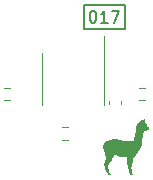
<source format=gbr>
%TF.GenerationSoftware,KiCad,Pcbnew,6.0.9+dfsg-1~bpo11+1*%
%TF.CreationDate,2022-11-28T09:51:56+01:00*%
%TF.ProjectId,017-johnson-counter,3031372d-6a6f-4686-9e73-6f6e2d636f75,1*%
%TF.SameCoordinates,Original*%
%TF.FileFunction,Legend,Top*%
%TF.FilePolarity,Positive*%
%FSLAX46Y46*%
G04 Gerber Fmt 4.6, Leading zero omitted, Abs format (unit mm)*
G04 Created by KiCad (PCBNEW 6.0.9+dfsg-1~bpo11+1) date 2022-11-28 09:51:56*
%MOMM*%
%LPD*%
G01*
G04 APERTURE LIST*
%ADD10C,0.150000*%
%ADD11C,0.120000*%
G04 APERTURE END LIST*
D10*
X160750000Y-77500000D02*
X164250000Y-77500000D01*
X164250000Y-77500000D02*
X164250000Y-79500000D01*
X164250000Y-79500000D02*
X160750000Y-79500000D01*
X160750000Y-79500000D02*
X160750000Y-77500000D01*
X161500000Y-77952380D02*
X161595238Y-77952380D01*
X161690476Y-78000000D01*
X161738095Y-78047619D01*
X161785714Y-78142857D01*
X161833333Y-78333333D01*
X161833333Y-78571428D01*
X161785714Y-78761904D01*
X161738095Y-78857142D01*
X161690476Y-78904761D01*
X161595238Y-78952380D01*
X161500000Y-78952380D01*
X161404761Y-78904761D01*
X161357142Y-78857142D01*
X161309523Y-78761904D01*
X161261904Y-78571428D01*
X161261904Y-78333333D01*
X161309523Y-78142857D01*
X161357142Y-78047619D01*
X161404761Y-78000000D01*
X161500000Y-77952380D01*
X162785714Y-78952380D02*
X162214285Y-78952380D01*
X162500000Y-78952380D02*
X162500000Y-77952380D01*
X162404761Y-78095238D01*
X162309523Y-78190476D01*
X162214285Y-78238095D01*
X163119047Y-77952380D02*
X163785714Y-77952380D01*
X163357142Y-78952380D01*
%TO.C,G\u002A\u002A\u002A*%
G36*
X165957208Y-87114917D02*
G01*
X165971780Y-87122643D01*
X165977638Y-87138791D01*
X165974986Y-87166038D01*
X165964028Y-87207062D01*
X165945246Y-87263741D01*
X165928860Y-87310446D01*
X165914665Y-87349625D01*
X165904112Y-87377364D01*
X165898650Y-87389745D01*
X165898486Y-87389946D01*
X165904138Y-87397178D01*
X165923545Y-87411565D01*
X165952518Y-87430004D01*
X165952794Y-87430170D01*
X166015684Y-87473854D01*
X166063512Y-87519631D01*
X166095324Y-87565750D01*
X166110162Y-87610459D01*
X166107070Y-87652007D01*
X166090520Y-87682445D01*
X166070991Y-87706562D01*
X166127555Y-87740636D01*
X166167737Y-87766699D01*
X166209250Y-87796467D01*
X166230607Y-87813250D01*
X166256661Y-87835927D01*
X166269745Y-87852611D01*
X166273211Y-87869984D01*
X166270661Y-87893124D01*
X166265636Y-87932872D01*
X166262184Y-87973169D01*
X166262056Y-87975472D01*
X166256709Y-88006817D01*
X166242958Y-88024471D01*
X166237295Y-88027764D01*
X166214024Y-88044266D01*
X166194294Y-88064253D01*
X166184232Y-88075038D01*
X166171977Y-88082474D01*
X166153462Y-88087419D01*
X166124622Y-88090732D01*
X166081391Y-88093272D01*
X166050502Y-88094630D01*
X165990844Y-88098231D01*
X165945936Y-88103279D01*
X165918140Y-88109464D01*
X165911407Y-88112879D01*
X165899381Y-88131376D01*
X165890328Y-88159745D01*
X165889450Y-88164547D01*
X165882091Y-88190629D01*
X165867507Y-88228695D01*
X165848200Y-88272492D01*
X165836787Y-88296135D01*
X165819617Y-88331648D01*
X165806241Y-88363117D01*
X165795437Y-88394981D01*
X165785983Y-88431679D01*
X165776657Y-88477652D01*
X165766238Y-88537340D01*
X165760003Y-88575142D01*
X165748611Y-88650475D01*
X165737513Y-88733726D01*
X165727703Y-88816757D01*
X165720177Y-88891427D01*
X165717711Y-88921318D01*
X165703479Y-89070850D01*
X165684101Y-89203435D01*
X165659013Y-89322278D01*
X165628053Y-89429366D01*
X165599141Y-89507130D01*
X165566299Y-89574946D01*
X165526020Y-89638510D01*
X165474798Y-89703520D01*
X165425643Y-89758199D01*
X165327329Y-89875280D01*
X165243806Y-90001629D01*
X165181364Y-90121186D01*
X165153186Y-90177903D01*
X165127811Y-90220375D01*
X165101675Y-90254018D01*
X165078482Y-90277604D01*
X165050811Y-90302117D01*
X165028251Y-90319713D01*
X165015568Y-90326682D01*
X165015395Y-90326688D01*
X165003451Y-90333218D01*
X164991919Y-90353767D01*
X164980392Y-90389773D01*
X164968459Y-90442674D01*
X164955712Y-90513910D01*
X164947702Y-90564739D01*
X164932935Y-90657753D01*
X164918702Y-90736626D01*
X164903537Y-90807789D01*
X164885974Y-90877671D01*
X164864550Y-90952702D01*
X164844147Y-91019151D01*
X164823662Y-91088767D01*
X164809937Y-91148459D01*
X164802673Y-91203792D01*
X164801572Y-91260332D01*
X164806334Y-91323643D01*
X164816662Y-91399292D01*
X164821976Y-91432384D01*
X164831863Y-91493891D01*
X164841097Y-91554175D01*
X164848842Y-91607582D01*
X164854263Y-91648460D01*
X164855561Y-91659723D01*
X164862893Y-91704728D01*
X164876368Y-91741894D01*
X164900004Y-91781963D01*
X164902923Y-91786310D01*
X164943121Y-91845728D01*
X164641035Y-91845728D01*
X164648018Y-91812144D01*
X164656666Y-91782384D01*
X164667092Y-91759536D01*
X164671952Y-91745992D01*
X164669574Y-91727580D01*
X164658787Y-91699446D01*
X164646054Y-91672292D01*
X164626050Y-91626603D01*
X164609018Y-91576762D01*
X164593853Y-91518573D01*
X164579451Y-91447840D01*
X164565851Y-91367612D01*
X164555774Y-91315487D01*
X164540904Y-91252618D01*
X164523420Y-91187715D01*
X164509042Y-91140272D01*
X164489373Y-91077432D01*
X164474185Y-91023154D01*
X164462556Y-90972312D01*
X164453565Y-90919774D01*
X164446290Y-90860411D01*
X164439810Y-90789094D01*
X164435282Y-90729699D01*
X164430007Y-90626544D01*
X164429205Y-90527802D01*
X164432780Y-90438429D01*
X164440634Y-90363381D01*
X164442649Y-90350881D01*
X164448285Y-90318238D01*
X164263062Y-90323960D01*
X164142262Y-90325480D01*
X164037165Y-90321724D01*
X163943384Y-90312274D01*
X163856532Y-90296713D01*
X163785335Y-90278501D01*
X163678868Y-90239636D01*
X163589540Y-90189590D01*
X163516909Y-90128052D01*
X163460536Y-90054711D01*
X163454435Y-90044391D01*
X163425907Y-89994600D01*
X163418639Y-90023556D01*
X163398777Y-90080742D01*
X163368034Y-90143838D01*
X163330847Y-90204875D01*
X163291648Y-90255885D01*
X163285826Y-90262224D01*
X163251823Y-90299253D01*
X163229015Y-90328535D01*
X163213853Y-90356807D01*
X163202786Y-90390804D01*
X163192267Y-90437262D01*
X163191407Y-90441406D01*
X163172253Y-90514043D01*
X163145078Y-90580397D01*
X163107410Y-90644725D01*
X163056775Y-90711286D01*
X162994562Y-90780306D01*
X162950655Y-90827086D01*
X162919096Y-90863066D01*
X162897302Y-90891736D01*
X162882691Y-90916586D01*
X162872679Y-90941105D01*
X162870484Y-90947943D01*
X162856617Y-91010336D01*
X162848490Y-91083767D01*
X162846652Y-91159269D01*
X162851650Y-91227875D01*
X162852867Y-91236045D01*
X162871849Y-91352191D01*
X162888653Y-91449249D01*
X162903608Y-91528646D01*
X162917045Y-91591809D01*
X162929292Y-91640166D01*
X162940680Y-91675143D01*
X162951537Y-91698166D01*
X162962194Y-91710664D01*
X162962536Y-91710907D01*
X162993036Y-91736176D01*
X163020562Y-91765811D01*
X163039476Y-91793348D01*
X163043891Y-91804120D01*
X163045244Y-91813632D01*
X163040936Y-91819721D01*
X163027416Y-91823146D01*
X163001136Y-91824671D01*
X162958547Y-91825054D01*
X162946219Y-91825061D01*
X162843072Y-91825061D01*
X162845449Y-91796643D01*
X162843369Y-91778430D01*
X162832341Y-91757689D01*
X162809769Y-91730433D01*
X162786582Y-91706224D01*
X162743768Y-91657147D01*
X162704802Y-91599598D01*
X162668211Y-91530726D01*
X162632517Y-91447679D01*
X162596246Y-91347608D01*
X162587706Y-91322003D01*
X162552894Y-91210358D01*
X162527616Y-91113609D01*
X162511922Y-91028285D01*
X162505862Y-90950921D01*
X162509487Y-90878048D01*
X162522846Y-90806198D01*
X162545988Y-90731903D01*
X162578964Y-90651696D01*
X162597925Y-90610862D01*
X162613244Y-90577573D01*
X162623181Y-90550567D01*
X162628868Y-90523669D01*
X162631433Y-90490701D01*
X162632007Y-90445488D01*
X162631942Y-90424857D01*
X162624037Y-90313717D01*
X162601457Y-90189349D01*
X162564436Y-90052839D01*
X162529648Y-89949512D01*
X162511521Y-89895325D01*
X162494501Y-89837402D01*
X162481243Y-89785050D01*
X162477106Y-89765233D01*
X162464411Y-89708368D01*
X162450643Y-89665227D01*
X162436695Y-89637191D01*
X162423461Y-89625643D01*
X162411834Y-89631965D01*
X162403974Y-89652044D01*
X162399203Y-89668673D01*
X162394810Y-89670196D01*
X162387896Y-89654900D01*
X162382125Y-89639127D01*
X162371228Y-89590843D01*
X162367240Y-89530839D01*
X162369967Y-89466803D01*
X162379216Y-89406422D01*
X162388838Y-89372197D01*
X162436099Y-89269316D01*
X162501074Y-89175424D01*
X162582531Y-89091243D01*
X162679242Y-89017494D01*
X162789977Y-88954898D01*
X162913509Y-88904178D01*
X163048607Y-88866054D01*
X163194042Y-88841248D01*
X163309642Y-88831795D01*
X163397425Y-88829758D01*
X163481499Y-88832317D01*
X163566776Y-88840018D01*
X163658169Y-88853405D01*
X163760590Y-88873023D01*
X163841711Y-88890808D01*
X163937807Y-88912345D01*
X164017579Y-88929200D01*
X164084708Y-88941879D01*
X164142875Y-88950889D01*
X164195762Y-88956737D01*
X164247049Y-88959929D01*
X164300417Y-88960973D01*
X164348629Y-88960575D01*
X164404738Y-88959915D01*
X164449013Y-88960589D01*
X164487320Y-88963316D01*
X164525528Y-88968818D01*
X164569505Y-88977819D01*
X164625120Y-88991038D01*
X164653604Y-88998082D01*
X164725622Y-89015214D01*
X164781279Y-89026183D01*
X164823946Y-89030976D01*
X164856992Y-89029581D01*
X164883788Y-89021987D01*
X164907703Y-89008180D01*
X164921833Y-88997109D01*
X164942889Y-88976673D01*
X164960733Y-88952129D01*
X164976651Y-88920341D01*
X164991925Y-88878173D01*
X165007840Y-88822489D01*
X165025680Y-88750153D01*
X165029346Y-88734469D01*
X165046905Y-88662770D01*
X165068065Y-88582312D01*
X165090306Y-88502374D01*
X165111109Y-88432234D01*
X165113452Y-88424717D01*
X165128978Y-88374113D01*
X165141303Y-88330295D01*
X165151226Y-88288944D01*
X165159547Y-88245741D01*
X165167065Y-88196365D01*
X165174579Y-88136498D01*
X165182889Y-88061819D01*
X165186002Y-88032628D01*
X165197098Y-87930493D01*
X165206972Y-87846407D01*
X165216097Y-87777821D01*
X165224945Y-87722188D01*
X165233991Y-87676957D01*
X165243707Y-87639582D01*
X165254567Y-87607513D01*
X165267044Y-87578202D01*
X165272488Y-87566892D01*
X165293227Y-87527695D01*
X165314341Y-87495534D01*
X165339403Y-87466760D01*
X165371983Y-87437721D01*
X165415654Y-87404766D01*
X165464198Y-87370923D01*
X165513880Y-87334968D01*
X165565539Y-87294307D01*
X165611923Y-87254795D01*
X165636890Y-87231435D01*
X165668275Y-87202043D01*
X165695322Y-87179904D01*
X165714140Y-87168049D01*
X165719559Y-87167005D01*
X165733132Y-87181623D01*
X165734744Y-87211606D01*
X165724416Y-87255478D01*
X165718097Y-87273543D01*
X165706615Y-87305332D01*
X165698850Y-87328941D01*
X165696704Y-87337728D01*
X165703034Y-87335813D01*
X165719982Y-87321540D01*
X165744485Y-87298042D01*
X165773480Y-87268450D01*
X165803903Y-87235896D01*
X165832693Y-87203515D01*
X165856785Y-87174437D01*
X165858411Y-87172355D01*
X165885607Y-87139612D01*
X165906294Y-87121160D01*
X165924724Y-87113645D01*
X165933716Y-87112937D01*
X165957208Y-87114917D01*
G37*
D11*
%TO.C,R3*%
X158944542Y-88863700D02*
X159419058Y-88863700D01*
X158944542Y-87818700D02*
X159419058Y-87818700D01*
%TO.C,R2*%
X165472342Y-85510900D02*
X165946858Y-85510900D01*
X165472342Y-84465900D02*
X165946858Y-84465900D01*
%TO.C,R1*%
X154042342Y-85510900D02*
X154516858Y-85510900D01*
X154042342Y-84465900D02*
X154516858Y-84465900D01*
%TO.C,C1*%
X163933600Y-85890980D02*
X163933600Y-85609820D01*
X162913600Y-85890980D02*
X162913600Y-85609820D01*
%TO.C,U1*%
X162477600Y-83693000D02*
X162477600Y-85893000D01*
X157257600Y-83693000D02*
X157257600Y-85893000D01*
X157257600Y-83693000D02*
X157257600Y-81493000D01*
X162477600Y-83693000D02*
X162477600Y-80093000D01*
%TD*%
M02*

</source>
